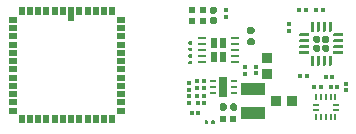
<source format=gbr>
G04 #@! TF.GenerationSoftware,KiCad,Pcbnew,(5.1.12)-1*
G04 #@! TF.CreationDate,2024-03-07T16:38:44+08:00*
G04 #@! TF.ProjectId,CM2_MesoScope,434d325f-4d65-4736-9f53-636f70652e6b,rev?*
G04 #@! TF.SameCoordinates,Original*
G04 #@! TF.FileFunction,Paste,Bot*
G04 #@! TF.FilePolarity,Positive*
%FSLAX46Y46*%
G04 Gerber Fmt 4.6, Leading zero omitted, Abs format (unit mm)*
G04 Created by KiCad (PCBNEW (5.1.12)-1) date 2024-03-07 16:38:44*
%MOMM*%
%LPD*%
G01*
G04 APERTURE LIST*
%ADD10R,0.610000X0.220000*%
%ADD11R,0.220000X0.610000*%
%ADD12R,0.310000X0.340000*%
%ADD13R,0.340000X0.310000*%
%ADD14R,0.630000X0.580000*%
%ADD15R,0.580000X0.630000*%
%ADD16R,0.920000X0.890000*%
%ADD17R,0.810000X0.870000*%
%ADD18R,0.740000X0.500000*%
%ADD19R,0.500000X0.740000*%
%ADD20R,0.500000X1.248000*%
%ADD21R,0.600000X0.950000*%
%ADD22R,0.660000X0.260000*%
%ADD23R,0.800000X1.700000*%
%ADD24R,0.560000X0.260000*%
%ADD25R,2.120000X1.090000*%
G04 APERTURE END LIST*
D10*
X124054640Y-116434480D03*
X124054640Y-116834480D03*
D11*
X124099640Y-117479480D03*
X124499640Y-117479480D03*
X124899640Y-117479480D03*
X125299640Y-117479480D03*
X125699640Y-117479480D03*
D10*
X125744640Y-116834480D03*
X125744640Y-116434480D03*
D11*
X125699640Y-115789480D03*
X125299640Y-115789480D03*
X124899640Y-115789480D03*
X124499640Y-115789480D03*
X124099640Y-115789480D03*
G36*
G01*
X124732160Y-111345820D02*
X125032160Y-111345820D01*
G75*
G02*
X125182160Y-111495820I0J-150000D01*
G01*
X125182160Y-111795820D01*
G75*
G02*
X125032160Y-111945820I-150000J0D01*
G01*
X124732160Y-111945820D01*
G75*
G02*
X124582160Y-111795820I0J150000D01*
G01*
X124582160Y-111495820D01*
G75*
G02*
X124732160Y-111345820I150000J0D01*
G01*
G37*
G36*
G01*
X123982160Y-111345820D02*
X124282160Y-111345820D01*
G75*
G02*
X124432160Y-111495820I0J-150000D01*
G01*
X124432160Y-111795820D01*
G75*
G02*
X124282160Y-111945820I-150000J0D01*
G01*
X123982160Y-111945820D01*
G75*
G02*
X123832160Y-111795820I0J150000D01*
G01*
X123832160Y-111495820D01*
G75*
G02*
X123982160Y-111345820I150000J0D01*
G01*
G37*
G36*
G01*
X124732160Y-110595820D02*
X125032160Y-110595820D01*
G75*
G02*
X125182160Y-110745820I0J-150000D01*
G01*
X125182160Y-111045820D01*
G75*
G02*
X125032160Y-111195820I-150000J0D01*
G01*
X124732160Y-111195820D01*
G75*
G02*
X124582160Y-111045820I0J150000D01*
G01*
X124582160Y-110745820D01*
G75*
G02*
X124732160Y-110595820I150000J0D01*
G01*
G37*
G36*
G01*
X123982160Y-110595820D02*
X124282160Y-110595820D01*
G75*
G02*
X124432160Y-110745820I0J-150000D01*
G01*
X124432160Y-111045820D01*
G75*
G02*
X124282160Y-111195820I-150000J0D01*
G01*
X123982160Y-111195820D01*
G75*
G02*
X123832160Y-111045820I0J150000D01*
G01*
X123832160Y-110745820D01*
G75*
G02*
X123982160Y-110595820I150000J0D01*
G01*
G37*
G36*
G01*
X122694660Y-110395820D02*
X123444660Y-110395820D01*
G75*
G02*
X123507160Y-110458320I0J-62500D01*
G01*
X123507160Y-110583320D01*
G75*
G02*
X123444660Y-110645820I-62500J0D01*
G01*
X122694660Y-110645820D01*
G75*
G02*
X122632160Y-110583320I0J62500D01*
G01*
X122632160Y-110458320D01*
G75*
G02*
X122694660Y-110395820I62500J0D01*
G01*
G37*
G36*
G01*
X122694660Y-110895820D02*
X123444660Y-110895820D01*
G75*
G02*
X123507160Y-110958320I0J-62500D01*
G01*
X123507160Y-111083320D01*
G75*
G02*
X123444660Y-111145820I-62500J0D01*
G01*
X122694660Y-111145820D01*
G75*
G02*
X122632160Y-111083320I0J62500D01*
G01*
X122632160Y-110958320D01*
G75*
G02*
X122694660Y-110895820I62500J0D01*
G01*
G37*
G36*
G01*
X122694660Y-111395820D02*
X123444660Y-111395820D01*
G75*
G02*
X123507160Y-111458320I0J-62500D01*
G01*
X123507160Y-111583320D01*
G75*
G02*
X123444660Y-111645820I-62500J0D01*
G01*
X122694660Y-111645820D01*
G75*
G02*
X122632160Y-111583320I0J62500D01*
G01*
X122632160Y-111458320D01*
G75*
G02*
X122694660Y-111395820I62500J0D01*
G01*
G37*
G36*
G01*
X122694660Y-111895820D02*
X123444660Y-111895820D01*
G75*
G02*
X123507160Y-111958320I0J-62500D01*
G01*
X123507160Y-112083320D01*
G75*
G02*
X123444660Y-112145820I-62500J0D01*
G01*
X122694660Y-112145820D01*
G75*
G02*
X122632160Y-112083320I0J62500D01*
G01*
X122632160Y-111958320D01*
G75*
G02*
X122694660Y-111895820I62500J0D01*
G01*
G37*
G36*
G01*
X123694660Y-112270820D02*
X123819660Y-112270820D01*
G75*
G02*
X123882160Y-112333320I0J-62500D01*
G01*
X123882160Y-113083320D01*
G75*
G02*
X123819660Y-113145820I-62500J0D01*
G01*
X123694660Y-113145820D01*
G75*
G02*
X123632160Y-113083320I0J62500D01*
G01*
X123632160Y-112333320D01*
G75*
G02*
X123694660Y-112270820I62500J0D01*
G01*
G37*
G36*
G01*
X124194660Y-112270820D02*
X124319660Y-112270820D01*
G75*
G02*
X124382160Y-112333320I0J-62500D01*
G01*
X124382160Y-113083320D01*
G75*
G02*
X124319660Y-113145820I-62500J0D01*
G01*
X124194660Y-113145820D01*
G75*
G02*
X124132160Y-113083320I0J62500D01*
G01*
X124132160Y-112333320D01*
G75*
G02*
X124194660Y-112270820I62500J0D01*
G01*
G37*
G36*
G01*
X124694660Y-112270820D02*
X124819660Y-112270820D01*
G75*
G02*
X124882160Y-112333320I0J-62500D01*
G01*
X124882160Y-113083320D01*
G75*
G02*
X124819660Y-113145820I-62500J0D01*
G01*
X124694660Y-113145820D01*
G75*
G02*
X124632160Y-113083320I0J62500D01*
G01*
X124632160Y-112333320D01*
G75*
G02*
X124694660Y-112270820I62500J0D01*
G01*
G37*
G36*
G01*
X125194660Y-112270820D02*
X125319660Y-112270820D01*
G75*
G02*
X125382160Y-112333320I0J-62500D01*
G01*
X125382160Y-113083320D01*
G75*
G02*
X125319660Y-113145820I-62500J0D01*
G01*
X125194660Y-113145820D01*
G75*
G02*
X125132160Y-113083320I0J62500D01*
G01*
X125132160Y-112333320D01*
G75*
G02*
X125194660Y-112270820I62500J0D01*
G01*
G37*
G36*
G01*
X125569660Y-111895820D02*
X126319660Y-111895820D01*
G75*
G02*
X126382160Y-111958320I0J-62500D01*
G01*
X126382160Y-112083320D01*
G75*
G02*
X126319660Y-112145820I-62500J0D01*
G01*
X125569660Y-112145820D01*
G75*
G02*
X125507160Y-112083320I0J62500D01*
G01*
X125507160Y-111958320D01*
G75*
G02*
X125569660Y-111895820I62500J0D01*
G01*
G37*
G36*
G01*
X125569660Y-111395820D02*
X126319660Y-111395820D01*
G75*
G02*
X126382160Y-111458320I0J-62500D01*
G01*
X126382160Y-111583320D01*
G75*
G02*
X126319660Y-111645820I-62500J0D01*
G01*
X125569660Y-111645820D01*
G75*
G02*
X125507160Y-111583320I0J62500D01*
G01*
X125507160Y-111458320D01*
G75*
G02*
X125569660Y-111395820I62500J0D01*
G01*
G37*
G36*
G01*
X125569660Y-110895820D02*
X126319660Y-110895820D01*
G75*
G02*
X126382160Y-110958320I0J-62500D01*
G01*
X126382160Y-111083320D01*
G75*
G02*
X126319660Y-111145820I-62500J0D01*
G01*
X125569660Y-111145820D01*
G75*
G02*
X125507160Y-111083320I0J62500D01*
G01*
X125507160Y-110958320D01*
G75*
G02*
X125569660Y-110895820I62500J0D01*
G01*
G37*
G36*
G01*
X125569660Y-110395820D02*
X126319660Y-110395820D01*
G75*
G02*
X126382160Y-110458320I0J-62500D01*
G01*
X126382160Y-110583320D01*
G75*
G02*
X126319660Y-110645820I-62500J0D01*
G01*
X125569660Y-110645820D01*
G75*
G02*
X125507160Y-110583320I0J62500D01*
G01*
X125507160Y-110458320D01*
G75*
G02*
X125569660Y-110395820I62500J0D01*
G01*
G37*
G36*
G01*
X125194660Y-109395820D02*
X125319660Y-109395820D01*
G75*
G02*
X125382160Y-109458320I0J-62500D01*
G01*
X125382160Y-110208320D01*
G75*
G02*
X125319660Y-110270820I-62500J0D01*
G01*
X125194660Y-110270820D01*
G75*
G02*
X125132160Y-110208320I0J62500D01*
G01*
X125132160Y-109458320D01*
G75*
G02*
X125194660Y-109395820I62500J0D01*
G01*
G37*
G36*
G01*
X124694660Y-109395820D02*
X124819660Y-109395820D01*
G75*
G02*
X124882160Y-109458320I0J-62500D01*
G01*
X124882160Y-110208320D01*
G75*
G02*
X124819660Y-110270820I-62500J0D01*
G01*
X124694660Y-110270820D01*
G75*
G02*
X124632160Y-110208320I0J62500D01*
G01*
X124632160Y-109458320D01*
G75*
G02*
X124694660Y-109395820I62500J0D01*
G01*
G37*
G36*
G01*
X124194660Y-109395820D02*
X124319660Y-109395820D01*
G75*
G02*
X124382160Y-109458320I0J-62500D01*
G01*
X124382160Y-110208320D01*
G75*
G02*
X124319660Y-110270820I-62500J0D01*
G01*
X124194660Y-110270820D01*
G75*
G02*
X124132160Y-110208320I0J62500D01*
G01*
X124132160Y-109458320D01*
G75*
G02*
X124194660Y-109395820I62500J0D01*
G01*
G37*
G36*
G01*
X123694660Y-109395820D02*
X123819660Y-109395820D01*
G75*
G02*
X123882160Y-109458320I0J-62500D01*
G01*
X123882160Y-110208320D01*
G75*
G02*
X123819660Y-110270820I-62500J0D01*
G01*
X123694660Y-110270820D01*
G75*
G02*
X123632160Y-110208320I0J62500D01*
G01*
X123632160Y-109458320D01*
G75*
G02*
X123694660Y-109395820I62500J0D01*
G01*
G37*
D12*
X125447640Y-114113080D03*
X124897640Y-114113080D03*
D13*
X126605200Y-114633100D03*
X126605200Y-115183100D03*
D12*
X124486840Y-114956360D03*
X123936840Y-114956360D03*
X125851500Y-114969060D03*
X125301500Y-114969060D03*
D13*
X121753800Y-109608980D03*
X121753800Y-110158980D03*
D12*
X123211760Y-108428560D03*
X122661760Y-108428560D03*
X123273400Y-113973380D03*
X122723400Y-113973380D03*
X124087380Y-108426020D03*
X124637380Y-108426020D03*
D14*
X114488040Y-108417960D03*
X114488040Y-109307960D03*
X113599040Y-109307960D03*
X113599040Y-108417960D03*
G36*
G01*
X115208560Y-109015860D02*
X115548560Y-109015860D01*
G75*
G02*
X115693560Y-109160860I0J-145000D01*
G01*
X115693560Y-109450860D01*
G75*
G02*
X115548560Y-109595860I-145000J0D01*
G01*
X115208560Y-109595860D01*
G75*
G02*
X115063560Y-109450860I0J145000D01*
G01*
X115063560Y-109160860D01*
G75*
G02*
X115208560Y-109015860I145000J0D01*
G01*
G37*
G36*
G01*
X115208560Y-108125860D02*
X115548560Y-108125860D01*
G75*
G02*
X115693560Y-108270860I0J-145000D01*
G01*
X115693560Y-108560860D01*
G75*
G02*
X115548560Y-108705860I-145000J0D01*
G01*
X115208560Y-108705860D01*
G75*
G02*
X115063560Y-108560860I0J145000D01*
G01*
X115063560Y-108270860D01*
G75*
G02*
X115208560Y-108125860I145000J0D01*
G01*
G37*
D15*
X116182960Y-117606040D03*
X117072960Y-117606040D03*
G36*
G01*
X116489560Y-116453440D02*
X116489560Y-116793440D01*
G75*
G02*
X116344560Y-116938440I-145000J0D01*
G01*
X116054560Y-116938440D01*
G75*
G02*
X115909560Y-116793440I0J145000D01*
G01*
X115909560Y-116453440D01*
G75*
G02*
X116054560Y-116308440I145000J0D01*
G01*
X116344560Y-116308440D01*
G75*
G02*
X116489560Y-116453440I0J-145000D01*
G01*
G37*
G36*
G01*
X117379560Y-116453440D02*
X117379560Y-116793440D01*
G75*
G02*
X117234560Y-116938440I-145000J0D01*
G01*
X116944560Y-116938440D01*
G75*
G02*
X116799560Y-116793440I0J145000D01*
G01*
X116799560Y-116453440D01*
G75*
G02*
X116944560Y-116308440I145000J0D01*
G01*
X117234560Y-116308440D01*
G75*
G02*
X117379560Y-116453440I0J-145000D01*
G01*
G37*
D13*
X118068260Y-113236100D03*
X118068260Y-113786100D03*
X118957260Y-113233560D03*
X118957260Y-113783560D03*
D16*
X119958020Y-112480340D03*
X119958020Y-113810340D03*
D17*
X122055340Y-116096820D03*
X120695340Y-116096820D03*
D12*
X113546860Y-117142640D03*
X114096860Y-117142640D03*
X114041860Y-116312640D03*
X114591860Y-116312640D03*
D13*
X113326860Y-115722640D03*
X113326860Y-116272640D03*
D12*
X114031860Y-115052640D03*
X114581860Y-115052640D03*
X114031860Y-114412640D03*
X114581860Y-114412640D03*
D13*
X113326080Y-114607700D03*
X113326080Y-115157700D03*
D12*
X114581860Y-115682640D03*
X114031860Y-115682640D03*
D18*
X107571640Y-116937820D03*
X107571640Y-116237820D03*
X107571640Y-115537820D03*
X107571640Y-114837820D03*
X107571640Y-114137820D03*
X107571640Y-113437820D03*
X107571640Y-112737820D03*
X107571640Y-112037820D03*
X107571640Y-111337820D03*
X107571640Y-110637820D03*
X107571640Y-109937820D03*
X107571640Y-109237820D03*
D19*
X106836640Y-108502820D03*
X106136640Y-108502820D03*
X105436640Y-108502820D03*
X104736640Y-108502820D03*
X104036640Y-108502820D03*
D20*
X103336640Y-108756820D03*
D19*
X102636640Y-108502820D03*
X101936640Y-108502820D03*
X101236640Y-108502820D03*
X100536640Y-108502820D03*
X99836640Y-108502820D03*
X99136640Y-108502820D03*
D18*
X98401640Y-109237820D03*
X98401640Y-109937820D03*
X98401640Y-110637820D03*
X98401640Y-111337820D03*
X98401640Y-112037820D03*
X98401640Y-112737820D03*
X98401640Y-113437820D03*
X98401640Y-114137820D03*
X98401640Y-114837820D03*
X98401640Y-115537820D03*
X98401640Y-116237820D03*
X98401640Y-116937820D03*
D19*
X99136640Y-117672820D03*
X99836640Y-117672820D03*
X100536640Y-117672820D03*
X101236640Y-117672820D03*
X101936640Y-117672820D03*
X102636640Y-117672820D03*
X103336640Y-117672820D03*
X104036640Y-117672820D03*
X104736640Y-117672820D03*
X105436640Y-117672820D03*
X106136640Y-117672820D03*
X106836640Y-117672820D03*
D21*
X116202900Y-112387220D03*
X115402900Y-112387220D03*
X116202900Y-111237220D03*
X115402900Y-111237220D03*
D22*
X117232900Y-112812220D03*
X117232900Y-112312220D03*
X117232900Y-111812220D03*
X117232900Y-111312220D03*
X117232900Y-110812220D03*
X114372900Y-110812220D03*
X114372900Y-111312220D03*
X114372900Y-111812220D03*
X114372900Y-112312220D03*
X114372900Y-112812220D03*
D23*
X116211660Y-114954800D03*
D24*
X117091660Y-115454800D03*
X117091660Y-114954800D03*
X117091660Y-114454800D03*
X115331660Y-114454800D03*
X115331660Y-114954800D03*
X115331660Y-115454800D03*
D25*
X118759500Y-115122560D03*
X118759500Y-117152560D03*
G36*
G01*
X113335180Y-112709080D02*
X113520180Y-112709080D01*
G75*
G02*
X113597680Y-112786580I0J-77500D01*
G01*
X113597680Y-112941580D01*
G75*
G02*
X113520180Y-113019080I-77500J0D01*
G01*
X113335180Y-113019080D01*
G75*
G02*
X113257680Y-112941580I0J77500D01*
G01*
X113257680Y-112786580D01*
G75*
G02*
X113335180Y-112709080I77500J0D01*
G01*
G37*
G36*
G01*
X113335180Y-112159080D02*
X113520180Y-112159080D01*
G75*
G02*
X113597680Y-112236580I0J-77500D01*
G01*
X113597680Y-112391580D01*
G75*
G02*
X113520180Y-112469080I-77500J0D01*
G01*
X113335180Y-112469080D01*
G75*
G02*
X113257680Y-112391580I0J77500D01*
G01*
X113257680Y-112236580D01*
G75*
G02*
X113335180Y-112159080I77500J0D01*
G01*
G37*
G36*
G01*
X113527800Y-111904020D02*
X113342800Y-111904020D01*
G75*
G02*
X113265300Y-111826520I0J77500D01*
G01*
X113265300Y-111671520D01*
G75*
G02*
X113342800Y-111594020I77500J0D01*
G01*
X113527800Y-111594020D01*
G75*
G02*
X113605300Y-111671520I0J-77500D01*
G01*
X113605300Y-111826520D01*
G75*
G02*
X113527800Y-111904020I-77500J0D01*
G01*
G37*
G36*
G01*
X113527800Y-111354020D02*
X113342800Y-111354020D01*
G75*
G02*
X113265300Y-111276520I0J77500D01*
G01*
X113265300Y-111121520D01*
G75*
G02*
X113342800Y-111044020I77500J0D01*
G01*
X113527800Y-111044020D01*
G75*
G02*
X113605300Y-111121520I0J-77500D01*
G01*
X113605300Y-111276520D01*
G75*
G02*
X113527800Y-111354020I-77500J0D01*
G01*
G37*
G36*
G01*
X115180900Y-118013040D02*
X115180900Y-117828040D01*
G75*
G02*
X115258400Y-117750540I77500J0D01*
G01*
X115413400Y-117750540D01*
G75*
G02*
X115490900Y-117828040I0J-77500D01*
G01*
X115490900Y-118013040D01*
G75*
G02*
X115413400Y-118090540I-77500J0D01*
G01*
X115258400Y-118090540D01*
G75*
G02*
X115180900Y-118013040I0J77500D01*
G01*
G37*
G36*
G01*
X114630900Y-118013040D02*
X114630900Y-117828040D01*
G75*
G02*
X114708400Y-117750540I77500J0D01*
G01*
X114863400Y-117750540D01*
G75*
G02*
X114940900Y-117828040I0J-77500D01*
G01*
X114940900Y-118013040D01*
G75*
G02*
X114863400Y-118090540I-77500J0D01*
G01*
X114708400Y-118090540D01*
G75*
G02*
X114630900Y-118013040I0J77500D01*
G01*
G37*
G36*
G01*
X118368200Y-110808040D02*
X118713200Y-110808040D01*
G75*
G02*
X118860700Y-110955540I0J-147500D01*
G01*
X118860700Y-111250540D01*
G75*
G02*
X118713200Y-111398040I-147500J0D01*
G01*
X118368200Y-111398040D01*
G75*
G02*
X118220700Y-111250540I0J147500D01*
G01*
X118220700Y-110955540D01*
G75*
G02*
X118368200Y-110808040I147500J0D01*
G01*
G37*
G36*
G01*
X118368200Y-109838040D02*
X118713200Y-109838040D01*
G75*
G02*
X118860700Y-109985540I0J-147500D01*
G01*
X118860700Y-110280540D01*
G75*
G02*
X118713200Y-110428040I-147500J0D01*
G01*
X118368200Y-110428040D01*
G75*
G02*
X118220700Y-110280540I0J147500D01*
G01*
X118220700Y-109985540D01*
G75*
G02*
X118368200Y-109838040I147500J0D01*
G01*
G37*
D13*
X116416860Y-108967640D03*
X116416860Y-108417640D03*
M02*

</source>
